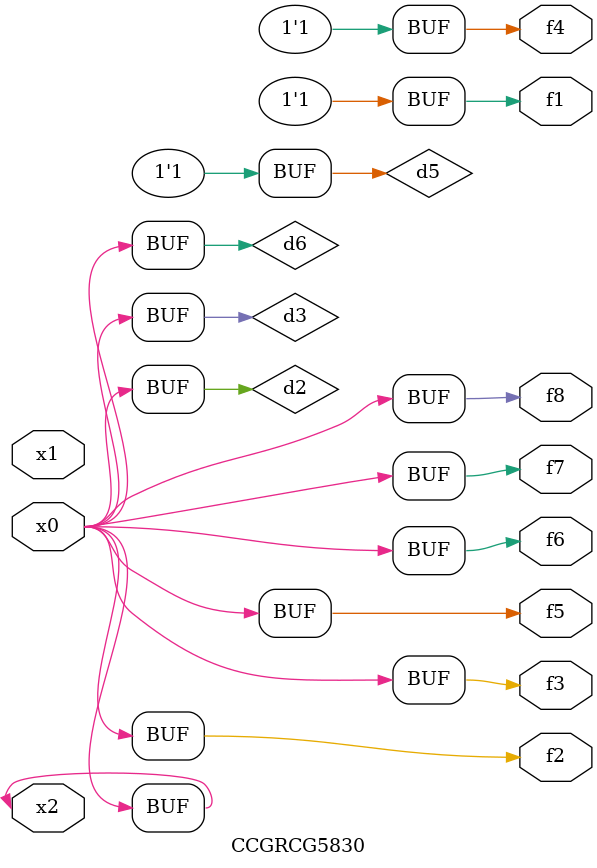
<source format=v>
module CCGRCG5830(
	input x0, x1, x2,
	output f1, f2, f3, f4, f5, f6, f7, f8
);

	wire d1, d2, d3, d4, d5, d6;

	xnor (d1, x2);
	buf (d2, x0, x2);
	and (d3, x0);
	xnor (d4, x1, x2);
	nand (d5, d1, d3);
	buf (d6, d2, d3);
	assign f1 = d5;
	assign f2 = d6;
	assign f3 = d6;
	assign f4 = d5;
	assign f5 = d6;
	assign f6 = d6;
	assign f7 = d6;
	assign f8 = d6;
endmodule

</source>
